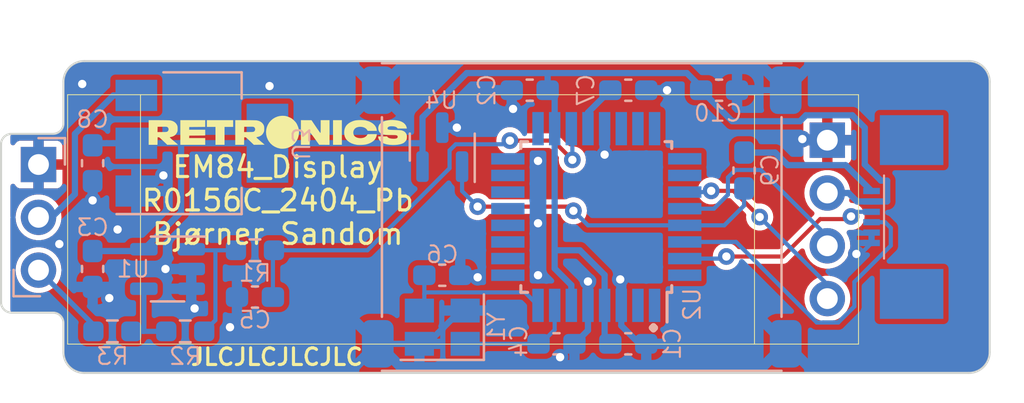
<source format=kicad_pcb>
(kicad_pcb (version 20221018) (generator pcbnew)
  (layers (0 "F.Cu" signal) (31 "B.Cu" signal) (34 "B.Paste" user) (35 "F.Paste" user) (36 "B.SilkS" user "B.Silkscreen") (37 "F.SilkS" user "F.Silkscreen") (38 "B.Mask" user) (39 "F.Mask" user) (44 "Edge.Cuts" user))
  (net 0 "")
  (net 1 "GND")
  (net 2 "+5V")
  (net 3 "Net-(U2-XTAL1)")
  (net 4 "AGC_INV")
  (net 5 "Net-(U2-XTAL2)")
  (net 6 "Net-(U2-AREF)")
  (net 7 "Net-(U2-~{RESET})")
  (net 8 "Net-(J1-Pin_2)")
  (net 9 "/AGC")
  (net 10 "Net-(R1-Pad1)")
  (net 11 "Net-(U1--)")
  (net 27 "SDA")
  (net 28 "SCL")
  (net 31 "Net-(J3-Pin_1)")
  (net 32 "Net-(J3-Pin_3)")
  (net 33 "Net-(J3-Pin_4)")
  (footprint "Retronics_Displays:0.91-OLED-4pin-128x32" (layer "F.Cu") (at 36.2 71.615)
    (fp_text reference "U5" hide)
    (fp_text value "Display_OLED_0.91_I2C")
    (fp_line (start 0 0) (end 0 12) (stroke (width 0.04)) (layer "F.SilkS"))
    (fp_line (start 0 12) (end 38 12) (stroke (width 0.04)) (layer "F.SilkS"))
    (fp_line (start 3.5 0) (end 3.5 12) (stroke (width 0.04)) (layer "F.SilkS"))
    (fp_line (start 33 0) (end 33 12) (stroke (width 0.04)) (layer "F.SilkS"))
    (fp_line (start 38 0) (end 0 0) (stroke (width 0.04)) (layer "F.SilkS"))
    (fp_line (start 38 12) (end 38 0) (stroke (width 0.04)) (layer "F.SilkS"))
    (pad "1" thru_hole rect locked (at 36.5 2.19) (size 1.7 1.7) (drill 1) (layers "*.Cu" "*.Mask") (net 1 "GND"))
    (pad "2" thru_hole oval locked (at 36.5 4.73) (size 1.7 1.7) (drill 1) (layers "*.Cu" "*.Mask") (net 2 "+5V"))
    (pad "3" thru_hole oval locked (at 36.5 7.27) (size 1.7 1.7) (drill 1) (layers "*.Cu" "*.Mask") (net 28 "SCL"))
    (pad "4" thru_hole oval locked (at 36.5 9.81) (size 1.7 1.7) (drill 1) (layers "*.Cu" "*.Mask") (net 27 "SDA"))
  )
  (footprint "Icons_Graphics:retronics_logo_14mm" (layer "F.Cu") (at 46.3 73.4)
    (fp_text reference "G***" hide)
    (fp_text value "LOGO" hide)
    (fp_poly (pts (xy 3.075737 0.626332) (xy 2.650726 0.626332) (xy 2.650726 -0.559225) (xy 3.075737 -0.559225)) (fill solid) (layer "F.SilkS"))
    (fp_poly (pts (xy -2.147424 -0.234875) (xy -2.561251 -0.234875) (xy -2.561251 0.626332) (xy -2.997446 0.626332) (xy -2.997446 -0.234875) (xy -3.411273 -0.234875) (xy -3.411273 -0.559225) (xy -2.147424 -0.559225)) (fill solid) (layer "F.SilkS"))
    (fp_poly (pts (xy -3.489564 -0.235169) (xy -3.872634 -0.232226) (xy -4.255703 -0.229283) (xy -4.262411 -0.100661) (xy -3.489564 -0.100661) (xy -3.489564 0.178658) (xy -3.872634 0.181601) (xy -4.255703 0.184544) (xy -4.259083 0.243262) (xy -4.262464 0.301981) (xy -3.489564 0.301981) (xy -3.489564 0.626332) (xy -4.686306 0.626332) (xy -4.686306 -0.559225) (xy -3.489564 -0.559225)) (fill solid) (layer "F.SilkS"))
    (fp_poly (pts (xy 2.482959 0.626332) (xy 2.234104 0.626061) (xy 1.985248 0.62579) (xy 1.773232 0.329508) (xy 1.72178 0.258205) (xy 1.674126 0.193305) (xy 1.631884 0.13692) (xy 1.596672 0.091163) (xy 1.570106 0.058147) (xy 1.553801 0.039984) (xy 1.549542 0.037113) (xy 1.545434 0.049662) (xy 1.54191 0.084007) (xy 1.538998 0.139585) (xy 1.536727 0.21583) (xy 1.535123 0.312177) (xy 1.534887 0.333665) (xy 1.531905 0.626332) (xy 1.107265 0.626332) (xy 1.107265 -0.559225) (xy 1.361713 -0.558961) (xy 1.61616 -0.558696) (xy 1.823073 -0.25158) (xy 1.873029 -0.178031) (xy 1.919479 -0.110788) (xy 1.96086 -0.052026) (xy 1.995609 -0.003919) (xy 2.022161 0.031356) (xy 2.038955 0.051626) (xy 2.043967 0.055729) (xy 2.048295 0.050927) (xy 2.051697 0.035077) (xy 2.054261 0.00621) (xy 2.056078 -0.037641) (xy 2.057236 -0.098443) (xy 2.057825 -0.178166) (xy 2.057948 -0.251652) (xy 2.057948 -0.559225) (xy 2.482959 -0.559225)) (fill solid) (layer "F.SilkS"))
    (fp_poly (pts (xy 0.308238 -0.767339) (xy 0.386893 -0.755606) (xy 0.437524 -0.741689) (xy 0.497781 -0.72075) (xy 0.55762 -0.696408) (xy 0.581049 -0.685638) (xy 0.632714 -0.659367) (xy 0.674606 -0.633782) (xy 0.713581 -0.603884) (xy 0.756495 -0.564672) (xy 0.783822 -0.537763) (xy 0.830169 -0.48985) (xy 0.864494 -0.449592) (xy 0.891795 -0.410132) (xy 0.917074 -0.364614) (xy 0.931696 -0.334991) (xy 0.975414 -0.231291) (xy 1.002701 -0.133519) (xy 1.015112 -0.034302) (xy 1.014965 0.060004) (xy 0.997762 0.19148) (xy 0.960581 0.315089) (xy 0.904933 0.429092) (xy 0.832332 0.531748) (xy 0.74429 0.621315) (xy 0.642318 0.696053) (xy 0.527929 0.75422) (xy 0.402635 0.794077) (xy 0.37161 0.800629) (xy 0.306832 0.809678) (xy 0.235839 0.814219) (xy 0.16791 0.813969) (xy 0.112323 0.808645) (xy 0.111845 0.808563) (xy -0.021371 0.774817) (xy -0.143963 0.722282) (xy -0.254434 0.652049) (xy -0.351285 0.56521) (xy -0.433015 0.462855) (xy -0.484725 0.374111) (xy -0.53325 0.253816) (xy -0.5608 0.130999) (xy -0.56828 0.007801) (xy -0.556592 -0.113639) (xy -0.526641 -0.231183) (xy -0.479329 -0.34269) (xy -0.41556 -0.446022) (xy -0.336238 -0.539038) (xy -0.242266 -0.619599) (xy -0.134548 -0.685567) (xy -0.016777 -0.733911) (xy 0.086992 -0.758553) (xy 0.198263 -0.769854)) (fill solid) (layer "F.SilkS"))
    (fp_poly (pts (xy -5.723668 -0.559141) (xy -5.610297 -0.558846) (xy -5.504408 -0.558036) (xy -5.4084 -0.556761) (xy -5.324675 -0.555072) (xy -5.255634 -0.553018) (xy -5.203677 -0.55065) (xy -5.171204 -0.54802) (xy -5.167239 -0.547463) (xy -5.069038 -0.522415) (xy -4.984002 -0.481263) (xy -4.913761 -0.42513) (xy -4.859948 -0.355138) (xy -4.844229 -0.325318) (xy -4.830596 -0.293602) (xy -4.821943 -0.264295) (xy -4.817181 -0.230697) (xy -4.815218 -0.186105) (xy -4.814928 -0.145134) (xy -4.815404 -0.090742) (xy -4.817715 -0.051801) (xy -4.82318 -0.021399) (xy -4.83312 0.007377) (xy -4.848855 0.041438) (xy -4.851668 0.047168) (xy -4.898197 0.119645) (xy -4.959296 0.17659) (xy -5.036248 0.218936) (xy -5.125808 0.246629) (xy -5.161129 0.255423) (xy -5.186406 0.263492) (xy -5.194979 0.268068) (xy -5.188073 0.276978) (xy -5.166348 0.298221) (xy -5.13209 0.32972) (xy -5.087588 0.369395) (xy -5.035129 0.415169) (xy -4.997011 0.447923) (xy -4.794693 0.620739) (xy -5.054529 0.623744) (xy -5.314365 0.626748) (xy -5.5048 0.444792) (xy -5.565802 0.386734) (xy -5.613139 0.342457) (xy -5.649153 0.310115) (xy -5.676186 0.287866) (xy -5.696582 0.273866) (xy -5.712684 0.26627) (xy -5.726833 0.263235) (xy -5.736014 0.262835) (xy -5.776795 0.262835) (xy -5.779868 0.444583) (xy -5.782941 0.626332) (xy -6.207398 0.626332) (xy -6.207398 0.011184) (xy -5.78312 0.011184) (xy -5.567452 0.011167) (xy -5.489839 0.010886) (xy -5.431132 0.009881) (xy -5.387872 0.007886) (xy -5.356602 0.004636) (xy -5.333862 -0.000135) (xy -5.316194 -0.006694) (xy -5.312638 -0.008406) (xy -5.277631 -0.037123) (xy -5.256957 -0.077241) (xy -5.250833 -0.122811) (xy -5.259473 -0.167885) (xy -5.283093 -0.206514) (xy -5.304818 -0.22429) (xy -5.318861 -0.231889) (xy -5.334872 -0.237428) (xy -5.356288 -0.241166) (xy -5.386551 -0.243361) (xy -5.429098 -0.244271) (xy -5.48737 -0.244155) (xy -5.558697 -0.243353) (xy -5.776795 -0.240467) (xy -5.779957 -0.114642) (xy -5.78312 0.011184) (xy -6.207398 0.011184) (xy -6.207398 -0.559225)) (fill solid) (layer "F.SilkS"))
    (fp_poly (pts (xy -1.563034 -0.559141) (xy -1.449663 -0.558846) (xy -1.343774 -0.558036) (xy -1.247766 -0.556761) (xy -1.164041 -0.555072) (xy -1.095 -0.553018) (xy -1.043043 -0.55065) (xy -1.01057 -0.54802) (xy -1.006605 -0.547463) (xy -0.908404 -0.522415) (xy -0.823368 -0.481263) (xy -0.753127 -0.42513) (xy -0.699314 -0.355138) (xy -0.683595 -0.325318) (xy -0.669962 -0.293602) (xy -0.661309 -0.264295) (xy -0.656546 -0.230697) (xy -0.654584 -0.186105) (xy -0.654294 -0.145134) (xy -0.65477 -0.090742) (xy -0.657081 -0.051801) (xy -0.662546 -0.021399) (xy -0.672486 0.007377) (xy -0.688221 0.041438) (xy -0.691034 0.047168) (xy -0.737563 0.119645) (xy -0.798662 0.17659) (xy -0.875614 0.218936) (xy -0.965174 0.246629) (xy -1.000495 0.255423) (xy -1.025772 0.263492) (xy -1.034345 0.268068) (xy -1.027439 0.276978) (xy -1.005714 0.298221) (xy -0.971456 0.32972) (xy -0.926954 0.369395) (xy -0.874495 0.415169) (xy -0.836377 0.447923) (xy -0.634059 0.620739) (xy -0.893895 0.623744) (xy -1.153731 0.626748) (xy -1.344166 0.444792) (xy -1.405168 0.386734) (xy -1.452505 0.342457) (xy -1.488518 0.310115) (xy -1.515552 0.287866) (xy -1.535948 0.273866) (xy -1.552049 0.26627) (xy -1.566199 0.263235) (xy -1.57538 0.262835) (xy -1.616161 0.262835) (xy -1.619234 0.444583) (xy -1.622307 0.626332) (xy -2.046764 0.626332) (xy -2.046764 0.011184) (xy -1.622486 0.011184) (xy -1.406818 0.011167) (xy -1.329205 0.010886) (xy -1.270498 0.009881) (xy -1.227238 0.007886) (xy -1.195968 0.004636) (xy -1.173228 -0.000135) (xy -1.15556 -0.006694) (xy -1.152004 -0.008406) (xy -1.116997 -0.037123) (xy -1.096323 -0.077241) (xy -1.090199 -0.122811) (xy -1.098839 -0.167885) (xy -1.122459 -0.206514) (xy -1.144184 -0.22429) (xy -1.158227 -0.231889) (xy -1.174238 -0.237428) (xy -1.195654 -0.241166) (xy -1.225917 -0.243361) (xy -1.268464 -0.244271) (xy -1.326736 -0.244155) (xy -1.398063 -0.243353) (xy -1.616161 -0.240467) (xy -1.619323 -0.114642) (xy -1.622486 0.011184) (xy -2.046764 0.011184) (xy -2.046764 -0.559225)) (fill solid) (layer "F.SilkS"))
    (fp_poly (pts (xy 4.096773 -0.56052) (xy 4.17723 -0.552939) (xy 4.233254 -0.543427) (xy 4.351917 -0.509371) (xy 4.458389 -0.463119) (xy 4.551021 -0.406086) (xy 4.628164 -0.339687) (xy 4.688168 -0.265337) (xy 4.729384 -0.184452) (xy 4.749971 -0.100099) (xy 4.756528 -0.044738) (xy 4.532034 -0.044738) (xy 4.455831 -0.044829) (xy 4.39902 -0.045298) (xy 4.358625 -0.046442) (xy 4.33167 -0.048557) (xy 4.315177 -0.051941) (xy 4.306172 -0.05689) (xy 4.301676 -0.063701) (xy 4.300207 -0.067842) (xy 4.288454 -0.090271) (xy 4.267627 -0.1192) (xy 4.258518 -0.130075) (xy 4.204367 -0.175915) (xy 4.135611 -0.209929) (xy 4.056976 -0.231547) (xy 3.973186 -0.240197) (xy 3.888968 -0.235311) (xy 3.809047 -0.216317) (xy 3.752399 -0.191156) (xy 3.696707 -0.147942) (xy 3.656068 -0.091729) (xy 3.631351 -0.026811) (xy 3.623424 0.042514) (xy 3.633155 0.111951) (xy 3.661412 0.177204) (xy 3.674147 0.196015) (xy 3.718806 0.238557) (xy 3.779362 0.271345) (xy 3.851296 0.293766) (xy 3.930086 0.305203) (xy 4.011214 0.305042) (xy 4.090159 0.292669) (xy 4.162401 0.267467) (xy 4.170435 0.263536) (xy 4.215154 0.235104) (xy 4.255996 0.199036) (xy 4.286941 0.161298) (xy 4.300207 0.134948) (xy 4.303574 0.127107) (xy 4.309982 0.121275) (xy 4.322408 0.117155) (xy 4.34383 0.114451) (xy 4.377224 0.112865) (xy 4.425568 0.1121) (xy 4.491839 0.11186) (xy 4.53193 0.111845) (xy 4.756321 0.111845) (xy 4.750829 0.16057) (xy 4.738677 0.213311) (xy 4.715121 0.273949) (xy 4.683973 0.333979) (xy 4.651799 0.381476) (xy 4.593615 0.440586) (xy 4.517757 0.495523) (xy 4.42886 0.543763) (xy 4.331557 0.58278) (xy 4.233333 0.609467) (xy 4.172521 0.619069) (xy 4.097908 0.626385) (xy 4.016503 0.631141) (xy 3.935315 0.633064) (xy 3.861352 0.631879) (xy 3.801624 0.627313) (xy 3.795885 0.626545) (xy 3.665135 0.59965) (xy 3.546594 0.558326) (xy 3.441996 0.503575) (xy 3.353075 0.436397) (xy 3.281564 0.357796) (xy 3.251265 0.311763) (xy 3.212565 0.224105) (xy 3.190275 0.126435) (xy 3.184268 0.023802) (xy 3.194417 -0.078741) (xy 3.220594 -0.176145) (xy 3.262673 -0.263359) (xy 3.265878 -0.268436) (xy 3.325626 -0.342389) (xy 3.404242 -0.409176) (xy 3.498869 -0.466956) (xy 3.606649 -0.513891) (xy 3.685292 -0.538485) (xy 3.748216 -0.550699) (xy 3.827006 -0.559065) (xy 3.915482 -0.563528) (xy 4.007464 -0.564032)) (fill solid) (layer "F.SilkS"))
    (fp_poly (pts (xy 5.623007 -0.561476) (xy 5.719382 -0.549594) (xy 5.7992 -0.534806) (xy 5.868227 -0.515683) (xy 5.932227 -0.490797) (xy 5.959308 -0.478129) (xy 6.044126 -0.426368) (xy 6.111507 -0.363206) (xy 6.160197 -0.290156) (xy 6.188942 -0.208732) (xy 6.190981 -0.198525) (xy 6.198702 -0.156583) (xy 5.758573 -0.156583) (xy 5.731376 -0.188906) (xy 5.692766 -0.221893) (xy 5.639361 -0.24535) (xy 5.568823 -0.260077) (xy 5.507287 -0.265661) (xy 5.429308 -0.26643) (xy 5.368775 -0.258517) (xy 5.322225 -0.241188) (xy 5.293064 -0.220363) (xy 5.271434 -0.188542) (xy 5.269362 -0.154503) (xy 5.28656 -0.12422) (xy 5.298148 -0.114899) (xy 5.309984 -0.108711) (xy 5.326345 -0.103747) (xy 5.349977 -0.099777) (xy 5.383626 -0.096573) (xy 5.430038 -0.093906) (xy 5.491959 -0.091547) (xy 5.572134 -0.089267) (xy 5.619702 -0.08809) (xy 5.711391 -0.085706) (xy 5.783952 -0.083274) (xy 5.840624 -0.080524) (xy 5.884648 -0.077185) (xy 5.919263 -0.072987) (xy 5.947709 -0.067658) (xy 5.973225 -0.060929) (xy 5.983707 -0.057664) (xy 6.057409 -0.026081) (xy 6.114167 0.016976) (xy 6.157824 0.074713) (xy 6.170285 0.098092) (xy 6.187055 0.135923) (xy 6.196467 0.16969) (xy 6.200367 0.208701) (xy 6.200742 0.251651) (xy 6.196473 0.319583) (xy 6.185664 0.371065) (xy 6.180967 0.383318) (xy 6.148323 0.437285) (xy 6.101707 0.489824) (xy 6.048517 0.532902) (xy 6.036108 0.540641) (xy 5.960167 0.5756) (xy 5.866408 0.602951) (xy 5.758199 0.622277) (xy 5.638904 0.633161) (xy 5.51189 0.635184) (xy 5.380521 0.627929) (xy 5.353776 0.625302) (xy 5.23242 0.605576) (xy 5.122313 0.573754) (xy 5.026254 0.530939) (xy 4.947042 0.478232) (xy 4.921022 0.454941) (xy 4.881622 0.408387) (xy 4.849381 0.35529) (xy 4.82787 0.302585) (xy 4.820628 0.260039) (xy 4.820519 0.22369) (xy 5.246974 0.22369) (xy 5.274367 0.256244) (xy 5.312476 0.287536) (xy 5.367859 0.310538) (xy 5.441923 0.325695) (xy 5.516627 0.332529) (xy 5.604095 0.333507) (xy 5.671485 0.325564) (xy 5.719324 0.308482) (xy 5.748139 0.282044) (xy 5.758459 0.246033) (xy 5.758008 0.233124) (xy 5.750716 0.204596) (xy 5.731323 0.185134) (xy 5.715279 0.176173) (xy 5.698463 0.169255) (xy 5.677398 0.164144) (xy 5.648671 0.160583) (xy 5.608868 0.158315) (xy 5.554578 0.157081) (xy 5.482386 0.156624) (xy 5.456049 0.1566) (xy 5.332544 0.155214) (xy 5.228916 0.150749) (xy 5.142824 0.142713) (xy 5.071924 0.130614) (xy 5.013875 0.113957) (xy 4.966336 0.092253) (xy 4.926963 0.065006) (xy 4.900603 0.039794) (xy 4.855966 -0.024351) (xy 4.829862 -0.097316) (xy 4.822467 -0.175136) (xy 4.833956 -0.253848) (xy 4.864506 -0.329489) (xy 4.882904 -0.359161) (xy 4.933435 -0.413947) (xy 5.002709 -0.461623) (xy 5.088027 -0.501452) (xy 5.186689 -0.532696) (xy 5.295996 -0.554617) (xy 5.413249 -0.566476) (xy 5.535747 -0.567537)) (fill solid) (layer "F.SilkS"))
  )
  (footprint "Retronics_Passives:C_0603_1608Metric_Pad1.08x0.95mm_HandSolder" (layer "B.Cu") (at 37.4 74.9125 -90)
    (fp_text reference "C8" (at -2.1125 0) (layer "B.SilkS") (effects (font (size 0.8 0.8) (thickness 0.1)) (justify mirror)))
    (fp_text value "10µF")
    (fp_line (start -0.146267 -0.51) (end 0.146267 -0.51) (stroke (width 0.12)) (layer "B.SilkS"))
    (fp_line (start -0.146267 0.51) (end 0.146267 0.51) (stroke (width 0.12)) (layer "B.SilkS"))
    (pad "1" smd roundrect (at -0.8625 0 270) (size 1.075 0.95) (layers "B.Cu" "B.Paste" "B.Mask") (net 2 "+5V"))
    (pad "2" smd roundrect (at 0.8625 0 270) (size 1.075 0.95) (layers "B.Cu" "B.Paste" "B.Mask") (net 1 "GND"))
  )
  (footprint "Retronics_Passives:R_0603_1608Metric_Pad0.98x0.95mm_HandSolder" (layer "B.Cu") (at 38.35 83 180)
    (fp_text reference "R3" (at 0 -1.2) (layer "B.SilkS") (effects (font (size 0.8 0.8) (thickness 0.1)) (justify mirror)))
    (fp_text value "15MΩ")
    (fp_line (start -0.254724 -0.5225) (end 0.254724 -0.5225) (stroke (width 0.12)) (layer "B.SilkS"))
    (fp_line (start -0.254724 0.5225) (end 0.254724 0.5225) (stroke (width 0.12)) (layer "B.SilkS"))
    (pad "1" smd roundrect (at -0.9125 0 180) (size 0.975 0.95) (layers "B.Cu" "B.Paste" "B.Mask") (net 11 "Net-(U1--)"))
    (pad "2" smd roundrect (at 0.9125 0 180) (size 0.975 0.95) (layers "B.Cu" "B.Paste" "B.Mask") (net 9 "/AGC"))
  )
  (footprint "Retronics_Passives:C_0603_1608Metric_Pad1.08x0.95mm_HandSolder" (layer "B.Cu") (at 59.6875 83.6)
    (fp_text reference "C4" (at -1.8125 -0.125 -90) (layer "B.SilkS") (effects (font (size 0.8 0.8) (thickness 0.1)) (justify mirror)))
    (fp_text value "22pF")
    (fp_line (start -0.146267 -0.51) (end 0.146267 -0.51) (stroke (width 0.12)) (layer "B.SilkS"))
    (fp_line (start -0.146267 0.51) (end 0.146267 0.51) (stroke (width 0.12)) (layer "B.SilkS"))
    (pad "1" smd roundrect (at -0.8625 0) (size 1.075 0.95) (layers "B.Cu" "B.Paste" "B.Mask") (net 3 "Net-(U2-XTAL1)"))
    (pad "2" smd roundrect (at 0.8625 0) (size 1.075 0.95) (layers "B.Cu" "B.Paste" "B.Mask") (net 1 "GND"))
  )
  (footprint "Retronics_Passives:C_0603_1608Metric_Pad1.08x0.95mm_HandSolder" (layer "B.Cu") (at 67.5 71.4)
    (fp_text reference "C10" (at -0.05 1.1) (layer "B.SilkS") (effects (font (size 0.8 0.8) (thickness 0.1)) (justify mirror)))
    (fp_text value "1µF")
    (fp_line (start -0.146267 -0.51) (end 0.146267 -0.51) (stroke (width 0.12)) (layer "B.SilkS"))
    (fp_line (start -0.146267 0.51) (end 0.146267 0.51) (stroke (width 0.12)) (layer "B.SilkS"))
    (pad "1" smd roundrect (at -0.8625 0) (size 1.075 0.95) (layers "B.Cu" "B.Paste" "B.Mask") (net 2 "+5V"))
    (pad "2" smd roundrect (at 0.8625 0) (size 1.075 0.95) (layers "B.Cu" "B.Paste" "B.Mask") (net 1 "GND"))
  )
  (footprint "Retronics_Passives:C_0603_1608Metric_Pad1.08x0.95mm_HandSolder" (layer "B.Cu") (at 37.4 80 90)
    (fp_text reference "C3" (at 2 0) (layer "B.SilkS") (effects (font (size 0.8 0.8) (thickness 0.1)) (justify mirror)))
    (fp_text value "100nF")
    (fp_line (start -0.146267 -0.51) (end 0.146267 -0.51) (stroke (width 0.12)) (layer "B.SilkS"))
    (fp_line (start -0.146267 0.51) (end 0.146267 0.51) (stroke (width 0.12)) (layer "B.SilkS"))
    (pad "1" smd roundrect (at -0.8625 0 90) (size 1.075 0.95) (layers "B.Cu" "B.Paste" "B.Mask") (net 1 "GND"))
    (pad "2" smd roundrect (at 0.8625 0 90) (size 1.075 0.95) (layers "B.Cu" "B.Paste" "B.Mask") (net 2 "+5V"))
  )
  (footprint "Retronics_Passives:C_0603_1608Metric_Pad1.08x0.95mm_HandSolder" (layer "B.Cu") (at 54.2 80.3)
    (fp_text reference "C6" (at 0 -1) (layer "B.SilkS") (effects (font (size 0.8 0.8) (thickness 0.1)) (justify mirror)))
    (fp_text value "22pF")
    (fp_line (start -0.146267 -0.51) (end 0.146267 -0.51) (stroke (width 0.12)) (layer "B.SilkS"))
    (fp_line (start -0.146267 0.51) (end 0.146267 0.51) (stroke (width 0.12)) (layer "B.SilkS"))
    (pad "1" smd roundrect (at -0.8625 0) (size 1.075 0.95) (layers "B.Cu" "B.Paste" "B.Mask") (net 5 "Net-(U2-XTAL2)"))
    (pad "2" smd roundrect (at 0.8625 0) (size 1.075 0.95) (layers "B.Cu" "B.Paste" "B.Mask") (net 1 "GND"))
  )
  (footprint "Retronics_MCU:TQFP-32_7x7mm_P0.8mm" (layer "B.Cu") (at 61.6 77.5 90)
    (fp_text reference "U2" (at -4.2 4.6 270) (layer "B.SilkS") (effects (font (size 0.8 0.8) (thickness 0.1)) (justify mirror)))
    (fp_text value "ATMEGA328P-AU")
    (fp_line (start -3.625 -3.625) (end -3.625 -3.3) (stroke (width 0.15)) (layer "B.SilkS"))
    (fp_line (start -3.625 -3.625) (end -3.3 -3.625) (stroke (width 0.15)) (layer "B.SilkS"))
    (fp_line (start -3.625 3.4) (end -5.05 3.4) (stroke (width 0.15)) (layer "B.SilkS"))
    (fp_line (start -3.625 3.625) (end -3.625 3.4) (stroke (width 0.15)) (layer "B.SilkS"))
    (fp_line (start -3.625 3.625) (end -3.3 3.625) (stroke (width 0.15)) (layer "B.SilkS"))
    (fp_line (start 3.625 -3.625) (end 3.3 -3.625) (stroke (width 0.15)) (layer "B.SilkS"))
    (fp_line (start 3.625 -3.625) (end 3.625 -3.3) (stroke (width 0.15)) (layer "B.SilkS"))
    (fp_line (start 3.625 3.625) (end 3.3 3.625) (stroke (width 0.15)) (layer "B.SilkS"))
    (fp_line (start 3.625 3.625) (end 3.625 3.3) (stroke (width 0.15)) (layer "B.SilkS"))
    (pad "1" smd rect (at -4.25 2.8 90) (size 1.6 0.55) (layers "B.Cu" "B.Paste" "B.Mask"))
    (pad "2" smd rect (at -4.25 2 90) (size 1.6 0.55) (layers "B.Cu" "B.Paste" "B.Mask"))
    (pad "3" smd rect (at -4.25 1.2 90) (size 1.6 0.55) (layers "B.Cu" "B.Paste" "B.Mask") (net 1 "GND"))
    (pad "4" smd rect (at -4.25 0.4 90) (size 1.6 0.55) (layers "B.Cu" "B.Paste" "B.Mask") (net 2 "+5V"))
    (pad "5" smd rect (at -4.25 -0.4 90) (size 1.6 0.55) (layers "B.Cu" "B.Paste" "B.Mask") (net 1 "GND"))
    (pad "6" smd rect (at -4.25 -1.2 90) (size 1.6 0.55) (layers "B.Cu" "B.Paste" "B.Mask") (net 2 "+5V"))
    (pad "7" smd rect (at -4.25 -2 90) (size 1.6 0.55) (layers "B.Cu" "B.Paste" "B.Mask") (net 3 "Net-(U2-XTAL1)"))
    (pad "8" smd rect (at -4.25 -2.8 90) (size 1.6 0.55) (layers "B.Cu" "B.Paste" "B.Mask") (net 5 "Net-(U2-XTAL2)"))
    (pad "9" smd rect (at -2.8 -4.25) (size 1.6 0.55) (layers "B.Cu" "B.Paste" "B.Mask"))
    (pad "10" smd rect (at -2 -4.25) (size 1.6 0.55) (layers "B.Cu" "B.Paste" "B.Mask"))
    (pad "11" smd rect (at -1.2 -4.25) (size 1.6 0.55) (layers "B.Cu" "B.Paste" "B.Mask"))
    (pad "12" smd rect (at -0.4 -4.25) (size 1.6 0.55) (layers "B.Cu" "B.Paste" "B.Mask"))
    (pad "13" smd rect (at 0.4 -4.25) (size 1.6 0.55) (layers "B.Cu" "B.Paste" "B.Mask"))
    (pad "14" smd rect (at 1.2 -4.25) (size 1.6 0.55) (layers "B.Cu" "B.Paste" "B.Mask"))
    (pad "15" smd rect (at 2 -4.25) (size 1.6 0.55) (layers "B.Cu" "B.Paste" "B.Mask"))
    (pad "16" smd rect (at 2.8 -4.25) (size 1.6 0.55) (layers "B.Cu" "B.Paste" "B.Mask"))
    (pad "17" smd rect (at 4.25 -2.8 90) (size 1.6 0.55) (layers "B.Cu" "B.Paste" "B.Mask"))
    (pad "18" smd rect (at 4.25 -2 90) (size 1.6 0.55) (layers "B.Cu" "B.Paste" "B.Mask") (net 2 "+5V"))
    (pad "19" smd rect (at 4.25 -1.2 90) (size 1.6 0.55) (layers "B.Cu" "B.Paste" "B.Mask") (net 4 "AGC_INV"))
    (pad "20" smd rect (at 4.25 -0.4 90) (size 1.6 0.55) (layers "B.Cu" "B.Paste" "B.Mask") (net 6 "Net-(U2-AREF)"))
    (pad "21" smd rect (at 4.25 0.4 90) (size 1.6 0.55) (layers "B.Cu" "B.Paste" "B.Mask") (net 1 "GND"))
    (pad "22" smd rect (at 4.25 1.2 90) (size 1.6 0.55) (layers "B.Cu" "B.Paste" "B.Mask"))
    (pad "23" smd rect (at 4.25 2 90) (size 1.6 0.55) (layers "B.Cu" "B.Paste" "B.Mask"))
    (pad "24" smd rect (at 4.25 2.8 90) (size 1.6 0.55) (layers "B.Cu" "B.Paste" "B.Mask"))
    (pad "25" smd rect (at 2.8 4.25) (size 1.6 0.55) (layers "B.Cu" "B.Paste" "B.Mask"))
    (pad "26" smd rect (at 2 4.25) (size 1.6 0.55) (layers "B.Cu" "B.Paste" "B.Mask"))
    (pad "27" smd rect (at 1.2 4.25) (size 1.6 0.55) (layers "B.Cu" "B.Paste" "B.Mask") (net 27 "SDA"))
    (pad "28" smd rect (at 0.4 4.25) (size 1.6 0.55) (layers "B.Cu" "B.Paste" "B.Mask") (net 28 "SCL"))
    (pad "29" smd rect (at -0.4 4.25) (size 1.6 0.55) (layers "B.Cu" "B.Paste" "B.Mask") (net 7 "Net-(U2-~{RESET})"))
    (pad "30" smd rect (at -1.2 4.25) (size 1.6 0.55) (layers "B.Cu" "B.Paste" "B.Mask") (net 33 "Net-(J3-Pin_4)"))
    (pad "31" smd rect (at -2 4.25) (size 1.6 0.55) (layers "B.Cu" "B.Paste" "B.Mask") (net 32 "Net-(J3-Pin_3)"))
    (pad "32" smd rect (at -2.8 4.25) (size 1.6 0.55) (layers "B.Cu" "B.Paste" "B.Mask"))
  )
  (footprint "Retronics_Passives:C_0603_1608Metric_Pad1.08x0.95mm_HandSolder" (layer "B.Cu") (at 45.2 81.35 180)
    (fp_text reference "C5" (at 0 -1.1) (layer "B.SilkS") (effects (font (size 0.8 0.8) (thickness 0.1)) (justify mirror)))
    (fp_text value "10µF")
    (fp_line (start -0.146267 -0.51) (end 0.146267 -0.51) (stroke (width 0.12)) (layer "B.SilkS"))
    (fp_line (start -0.146267 0.51) (end 0.146267 0.51) (stroke (width 0.12)) (layer "B.SilkS"))
    (pad "1" smd roundrect (at -0.8625 0 180) (size 1.075 0.95) (layers "B.Cu" "B.Paste" "B.Mask") (net 4 "AGC_INV"))
    (pad "2" smd roundrect (at 0.8625 0 180) (size 1.075 0.95) (layers "B.Cu" "B.Paste" "B.Mask") (net 1 "GND"))
  )
  (footprint "Package_TO_SOT_SMD:SOT-23-5" (layer "B.Cu") (at 41 80 180)
    (fp_text reference "U1" (at 1.65 0 180) (layer "B.SilkS") (effects (font (size 0.8 0.8) (thickness 0.1)) (justify mirror)))
    (fp_text value "MCP6001T-I/OT")
    (fp_line (start 0 -1.56) (end -0.8 -1.56) (stroke (width 0.12)) (layer "B.SilkS"))
    (fp_line (start 0 -1.56) (end 0.8 -1.56) (stroke (width 0.12)) (layer "B.SilkS"))
    (fp_line (start 0 1.56) (end -1.8 1.56) (stroke (width 0.12)) (layer "B.SilkS"))
    (fp_line (start 0 1.56) (end 0.8 1.56) (stroke (width 0.12)) (layer "B.SilkS"))
    (pad "1" smd roundrect (at -1.1375 0.95 180) (size 1.325 0.6) (layers "B.Cu" "B.Paste" "B.Mask") (net 10 "Net-(R1-Pad1)"))
    (pad "2" smd roundrect (at -1.1375 0 180) (size 1.325 0.6) (layers "B.Cu" "B.Paste" "B.Mask") (net 1 "GND"))
    (pad "3" smd roundrect (at -1.1375 -0.95 180) (size 1.325 0.6) (layers "B.Cu" "B.Paste" "B.Mask") (net 1 "GND"))
    (pad "4" smd roundrect (at 1.1375 -0.95 180) (size 1.325 0.6) (layers "B.Cu" "B.Paste" "B.Mask") (net 11 "Net-(U1--)"))
    (pad "5" smd roundrect (at 1.1375 0.95 180) (size 1.325 0.6) (layers "B.Cu" "B.Paste" "B.Mask") (net 2 "+5V"))
  )
  (footprint "Retronics_Passives:C_0603_1608Metric_Pad1.08x0.95mm_HandSolder" (layer "B.Cu") (at 58.4 71.4)
    (fp_text reference "C2" (at -2.0625 0 -90) (layer "B.SilkS") (effects (font (size 0.8 0.8) (thickness 0.1)) (justify mirror)))
    (fp_text value "100nF")
    (fp_line (start -0.146267 -0.51) (end 0.146267 -0.51) (stroke (width 0.12)) (layer "B.SilkS"))
    (fp_line (start -0.146267 0.51) (end 0.146267 0.51) (stroke (width 0.12)) (layer "B.SilkS"))
    (pad "1" smd roundrect (at -0.8625 0) (size 1.075 0.95) (layers "B.Cu" "B.Paste" "B.Mask") (net 1 "GND"))
    (pad "2" smd roundrect (at 0.8625 0) (size 1.075 0.95) (layers "B.Cu" "B.Paste" "B.Mask") (net 2 "+5V"))
  )
  (footprint "Crystal:Crystal_SMD_SeikoEpson_TSX3225-4Pin_3.2x2.5mm" (layer "B.Cu") (at 54.2 82.8 180)
    (fp_text reference "Y1" (at -2.6 0 90) (layer "B.SilkS") (effects (font (size 0.8 0.8) (thickness 0.1)) (justify mirror)))
    (fp_text value "16MHz 16pF")
    (fp_line (start -2 -1.575) (end 2 -1.575) (stroke (width 0.12)) (layer "B.SilkS"))
    (fp_line (start -2 1.575) (end -2 -1.575) (stroke (width 0.12)) (layer "B.SilkS"))
    (pad "1" smd rect (at -1.1 -0.8 180) (size 1.4 1.15) (layers "B.Cu" "B.Paste" "B.Mask") (net 3 "Net-(U2-XTAL1)"))
    (pad "2" smd rect (at 1.1 -0.8 180) (size 1.4 1.15) (layers "B.Cu" "B.Paste" "B.Mask") (net 1 "GND"))
    (pad "3" smd rect (at 1.1 0.8 180) (size 1.4 1.15) (layers "B.Cu" "B.Paste" "B.Mask") (net 5 "Net-(U2-XTAL2)"))
    (pad "4" smd rect (at -1.1 0.8 180) (size 1.4 1.15) (layers "B.Cu" "B.Paste" "B.Mask") (net 1 "GND"))
  )
  (footprint "Retronics_Passives:C_0603_1608Metric_Pad1.08x0.95mm_HandSolder" (layer "B.Cu") (at 63.1375 83.6 180)
    (fp_text reference "C1" (at -2.1125 0 90) (layer "B.SilkS") (effects (font (size 0.8 0.8) (thickness 0.1)) (justify mirror)))
    (fp_text value "100nF")
    (fp_line (start -0.146267 -0.51) (end 0.146267 -0.51) (stroke (width 0.12)) (layer "B.SilkS"))
    (fp_line (start -0.146267 0.51) (end 0.146267 0.51) (stroke (width 0.12)) (layer "B.SilkS"))
    (pad "1" smd roundrect (at -0.8625 0 180) (size 1.075 0.95) (layers "B.Cu" "B.Paste" "B.Mask") (net 1 "GND"))
    (pad "2" smd roundrect (at 0.8625 0 180) (size 1.075 0.95) (layers "B.Cu" "B.Paste" "B.Mask") (net 2 "+5V"))
  )
  (footprint "Retronics_Passives:C_0603_1608Metric_Pad1.08x0.95mm_HandSolder" (layer "B.Cu") (at 68.7 75.2625 -90)
    (fp_text reference "C9" (at -0.0125 -1.25 90) (layer "B.SilkS") (effects (font (size 0.8 0.8) (thickness 0.1)) (justify mirror)))
    (fp_text value "10nF")
    (fp_line (start -0.146267 -0.51) (end 0.146267 -0.51) (stroke (width 0.12)) (layer "B.SilkS"))
    (fp_line (start -0.146267 0.51) (end 0.146267 0.51) (stroke (width 0.12)) (layer "B.SilkS"))
    (pad "1" smd roundrect (at -0.8625 0 270) (size 1.075 0.95) (layers "B.Cu" "B.Paste" "B.Mask") (net 31 "Net-(J3-Pin_1)"))
    (pad "2" smd roundrect (at 0.8625 0 270) (size 1.075 0.95) (layers "B.Cu" "B.Paste" "B.Mask") (net 7 "Net-(U2-~{RESET})"))
  )
  (footprint "Retronics_Passives:R_0603_1608Metric_Pad0.98x0.95mm_HandSolder" (layer "B.Cu") (at 41.85 83)
    (fp_text reference "R2" (at 0 1.2 180) (layer "B.SilkS") (effects (font (size 0.8 0.8) (thickness 0.1)) (justify mirror)))
    (fp_text value "6.8MΩ")
    (fp_line (start -0.254724 -0.5225) (end 0.254724 -0.5225) (stroke (width 0.12)) (layer "B.SilkS"))
    (fp_line (start -0.254724 0.5225) (end 0.254724 0.5225) (stroke (width 0.12)) (layer "B.SilkS"))
    (pad "1" smd roundrect (at -0.9125 0) (size 0.975 0.95) (layers "B.Cu" "B.Paste" "B.Mask") (net 11 "Net-(U1--)"))
    (pad "2" smd roundrect (at 0.9125 0) (size 0.975 0.95) (layers "B.Cu" "B.Paste" "B.Mask") (net 10 "Net-(R1-Pad1)"))
  )
  (footprint "Retronics_Connectors:PinHeader_1x03_P2.54mm_Horizontal_Alt" (layer "B.Cu") (at 34.8 74.975 180)
    (fp_text reference "J1" hide)
    (fp_text value "Pin header" hide)
    (fp_line (start -1.27 0) (end -1.27 1.27) (stroke (width 0.12)) (layer "B.SilkS"))
    (fp_line (start -1.27 1.27) (end 0 1.27) (stroke (width 0.12)) (layer "B.SilkS"))
    (fp_line (start 1.2 -6.335) (end -0.07 -6.335) (stroke (width 0.12)) (layer "B.SilkS"))
    (fp_line (start 1.2 -5.065) (end 1.2 -6.335) (stroke (width 0.12)) (layer "B.SilkS"))
    (pad "1" thru_hole rect (at 0 0 180) (size 1.7 1.7) (drill 1) (layers "*.Cu" "*.Mask") (net 1 "GND"))
    (pad "2" thru_hole oval (at 0 -2.54 180) (size 1.7 1.7) (drill 1) (layers "*.Cu" "*.Mask") (net 8 "Net-(J1-Pin_2)"))
    (pad "3" thru_hole oval (at 0 -5.08 180) (size 1.7 1.7) (drill 1) (layers "*.Cu" "*.Mask") (net 9 "/AGC"))
  )
  (footprint "Retronics_IC_Power:SOT-223-3_TabPin2" (layer "B.Cu") (at 42.65 73.95)
    (fp_text reference "U3" (at 4.725 0.025 270 unlocked) (layer "B.SilkS") (effects (font (size 0.8 0.8) (thickness 0.1)) (justify mirror)))
    (fp_text value "NCP1117-5.0_SOT223")
    (fp_line (start -4.1 3.41) (end 1.91 3.41) (stroke (width 0.12)) (layer "B.SilkS"))
    (fp_line (start -1.85 -3.41) (end 1.91 -3.41) (stroke (width 0.12)) (layer "B.SilkS"))
    (fp_line (start 1.91 -3.41) (end 1.91 -2.15) (stroke (width 0.12)) (layer "B.SilkS"))
    (fp_line (start 1.91 3.41) (end 1.91 2.15) (stroke (width 0.12)) (layer "B.SilkS"))
    (pad "1" smd rect (at -3.15 2.3) (size 2 1.5) (layers "B.Cu" "B.Paste" "B.Mask") (net 1 "GND"))
    (pad "2" smd rect (at -3.15 0) (size 2 1.5) (layers "B.Cu" "B.Paste" "B.Mask") (net 2 "+5V"))
    (pad "2" smd rect (at 3.15 0) (size 2 3.8) (layers "B.Cu" "B.Paste" "B.Mask") (net 2 "+5V"))
    (pad "3" smd rect (at -3.15 -2.3) (size 2 1.5) (layers "B.Cu" "B.Paste" "B.Mask") (net 8 "Net-(J1-Pin_2)"))
  )
  (footprint "Retronics_Passives:C_0603_1608Metric_Pad1.08x0.95mm_HandSolder" (layer "B.Cu") (at 63.1375 71.4)
    (fp_text reference "C7" (at -2.0375 0 -90) (layer "B.SilkS") (effects (font (size 0.8 0.8) (thickness 0.1)) (justify mirror)))
    (fp_text value "100nF")
    (fp_line (start -0.146267 -0.51) (end 0.146267 -0.51) (stroke (width 0.12)) (layer "B.SilkS"))
    (fp_line (start -0.146267 0.51) (end 0.146267 0.51) (stroke (width 0.12)) (layer "B.SilkS"))
    (pad "1" smd roundrect (at -0.8625 0) (size 1.075 0.95) (layers "B.Cu" "B.Paste" "B.Mask") (net 6 "Net-(U2-AREF)"))
    (pad "2" smd roundrect (at 0.8625 0) (size 1.075 0.95) (layers "B.Cu" "B.Paste" "B.Mask") (net 1 "GND"))
  )
  (footprint "Retronics_Connectors:FFC_0527450697" (layer "B.Cu") (at 77.775 77.5 -90)
    (fp_text reference "J3" hide)
    (fp_text value "FFC6" hide)
    (fp_line (start 2 2.35) (end -2 2.35) (stroke (width 0.1)) (layer "B.SilkS"))
    (pad "1" smd rect (at -1.25 2.95 270) (size 0.3 0.8) (layers "B.Cu" "B.Paste" "B.Mask") (net 31 "Net-(J3-Pin_1)"))
    (pad "2" smd rect (at -0.75 2.95 270) (size 0.3 0.8) (layers "B.Cu" "B.Paste" "B.Mask") (net 2 "+5V"))
    (pad "3" smd rect (at -0.25 2.95 270) (size 0.3 0.8) (layers "B.Cu" "B.Paste" "B.Mask") (net 32 "Net-(J3-Pin_3)"))
    (pad "4" smd rect (at 0.25 2.95 270) (size 0.3 0.8) (layers "B.Cu" "B.Paste" "B.Mask") (net 33 "Net-(J3-Pin_4)"))
    (pad "5" smd rect (at 0.75 2.95 270) (size 0.3 0.8) (layers "B.Cu" "B.Paste" "B.Mask") (net 1 "GND"))
    (pad "6" smd rect (at 1.25 2.95 270) (size 0.3 0.8) (layers "B.Cu" "B.Paste" "B.Mask") (net 1 "GND"))
    (pad "7" smd rect (at -3.7 1.025 270) (size 2.4 3.05) (layers "B.Cu" "B.Paste" "B.Mask"))
    (pad "8" smd rect (at 3.7 1.025 270) (size 2.4 3.05) (layers "B.Cu" "B.Paste" "B.Mask"))
  )
  (footprint "Package_TO_SOT_SMD:SOT-23" (layer "B.Cu") (at 54.2 74.1375 90)
    (fp_text reference "U4" (at 2.25 -0.05) (layer "B.SilkS") (effects (font (size 0.8 0.8) (thickness 0.1)) (justify mirror)))
    (fp_text value "MCP130T-460I/TT")
    (fp_line (start 0 -1.56) (end -0.65 -1.56) (stroke (width 0.12)) (layer "B.SilkS"))
    (fp_line (start 0 -1.56) (end 0.65 -1.56) (stroke (width 0.12)) (layer "B.SilkS"))
    (fp_line (start 0 1.56) (end -1.675 1.56) (stroke (width 0.12)) (layer "B.SilkS"))
    (fp_line (start 0 1.56) (end 0.65 1.56) (stroke (width 0.12)) (layer "B.SilkS"))
    (pad "1" smd roundrect (at -0.9375 0.95 90) (size 1.475 0.6) (layers "B.Cu" "B.Paste" "B.Mask") (net 7 "Net-(U2-~{RESET})"))
    (pad "2" smd roundrect (at -0.9375 -0.95 90) (size 1.475 0.6) (layers "B.Cu" "B.Paste" "B.Mask") (net 2 "+5V"))
    (pad "3" smd roundrect (at 0.9375 0 90) (size 1.475 0.6) (layers "B.Cu" "B.Paste" "B.Mask") (net 1 "GND"))
  )
  (footprint "Retronics_Hardware:EMI_Shield_MS192-10S" (layer "B.Cu") (at 70.5 70.1 180)
    (fp_text reference "J2" hide)
    (fp_text value "EMI Shield")
    (fp_line (start 0 -12.2) (end 0 -2.6) (stroke (width 0.12)) (layer "B.SilkS"))
    (fp_line (start 0 0) (end 19.2 0) (stroke (width 0.12)) (layer "B.SilkS"))
    (fp_line (start 19.2 -14.8) (end 0 -14.8) (stroke (width 0.12)) (layer "B.SilkS"))
    (fp_line (start 19.2 -2.6) (end 19.2 -12.2) (stroke (width 0.12)) (layer "B.SilkS"))
    (pad "1" smd roundrect (at -0.2 -13.5 90) (size 2.286 1.524) (layers "B.Cu" "B.Paste" "B.Mask") (net 1 "GND"))
    (pad "1" smd roundrect (at -0.2 -1.3 90) (size 2.286 1.524) (layers "B.Cu" "B.Paste" "B.Mask") (net 1 "GND"))
    (pad "1" smd roundrect (at 19.4 -13.5 90) (size 2.286 1.524) (layers "B.Cu" "B.Paste" "B.Mask") (net 1 "GND"))
    (pad "1" smd roundrect (at 19.4 -1.3 90) (size 2.286 1.524) (layers "B.Cu" "B.Paste" "B.Mask") (net 1 "GND"))
  )
  (footprint "Retronics_Passives:R_0603_1608Metric_Pad0.98x0.95mm_HandSolder" (layer "B.Cu") (at 45.2 79.1)
    (fp_text reference "R1" (at 0 1.1 180) (layer "B.SilkS") (effects (font (size 0.8 0.8) (thickness 0.1)) (justify mirror)))
    (fp_text value "10kΩ")
    (fp_line (start -0.254724 -0.5225) (end 0.254724 -0.5225) (stroke (width 0.12)) (layer "B.SilkS"))
    (fp_line (start -0.254724 0.5225) (end 0.254724 0.5225) (stroke (width 0.12)) (layer "B.SilkS"))
    (pad "1" smd roundrect (at -0.9125 0) (size 0.975 0.95) (layers "B.Cu" "B.Paste" "B.Mask") (net 10 "Net-(R1-Pad1)"))
    (pad "2" smd roundrect (at 0.9125 0) (size 0.975 0.95) (layers "B.Cu" "B.Paste" "B.Mask") (net 4 "AGC_INV"))
  )
  (gr_arc (start 36 73) (mid 35.853553 73.353553) (end 35.5 73.5) (stroke (width 0.1)) (layer "Edge.Cuts"))
  (gr_line locked (start 79.5 85) (end 37 85) (stroke (width 0.1)) (layer "Edge.Cuts"))
  (gr_line (start 33.5 82.1) (end 35.5 82.1) (stroke (width 0.1)) (layer "Edge.Cuts"))
  (gr_arc (start 80.5 84) (mid 80.207107 84.707107) (end 79.5 85) (stroke (width 0.1)) (layer "Edge.Cuts"))
  (gr_arc (start 36 71) (mid 36.292893 70.292893) (end 37 70) (stroke (width 0.1)) (layer "Edge.Cuts"))
  (gr_line (start 33 74) (end 33 81.6) (stroke (width 0.1)) (layer "Edge.Cuts"))
  (gr_arc (start 79.5 70) (mid 80.207107 70.292893) (end 80.5 71) (stroke (width 0.1)) (layer "Edge.Cuts"))
  (gr_arc (start 33.5 82.1) (mid 33.146447 81.953553) (end 33 81.6) (stroke (width 0.1)) (layer "Edge.Cuts"))
  (gr_line (start 35.5 73.5) (end 33.5 73.5) (stroke (width 0.1)) (layer "Edge.Cuts"))
  (gr_arc (start 35.5 82.1) (mid 35.853553 82.246447) (end 36 82.6) (stroke (width 0.1)) (layer "Edge.Cuts"))
  (gr_line (start 36 71) (end 36 73) (stroke (width 0.1)) (layer "Edge.Cuts"))
  (gr_line (start 36 82.6) (end 36 84) (stroke (width 0.1)) (layer "Edge.Cuts"))
  (gr_arc (start 33 74) (mid 33.146447 73.646447) (end 33.5 73.5) (stroke (width 0.1)) (layer "Edge.Cuts"))
  (gr_arc (start 37 85) (mid 36.292893 84.707107) (end 36 84) (stroke (width 0.1)) (layer "Edge.Cuts"))
  (gr_line locked (start 37 70) (end 79.5 70) (stroke (width 0.1)) (layer "Edge.Cuts"))
  (gr_line (start 80.5 71) (end 80.5 84) (stroke (width 0.1)) (layer "Edge.Cuts"))
  (gr_text "." (at 64.9 83.1) (layer "B.SilkS") (effects (font (size 1.5 1.5) (thickness 0.3) bold) (justify left bottom mirror)))
  (gr_text "JLCJLCJLCJLC" (at 42.037386 84.7) (layer "F.SilkS") (effects (font (size 0.8 0.8)) (justify left bottom)))
  (gr_text locked "EM84_Display\nR0156C_2404_Pb\nBjørner Sandom\n" (at 46.296672 78.9) (layer "F.SilkS") (effects (font (size 1 1)) (justify bottom)))
  (via (at 37.4 76.7) (size 0.8) (drill 0.4) (layers "F.Cu" "B.Cu") (net 1))
  (via (at 40.9 80) (size 0.8) (drill 0.4) (layers "F.Cu" "B.Cu") (net 1))
  (via (at 62.75 80.5) (size 0.8) (drill 0.4) (layers "F.Cu" "B.Cu") (net 1))
  (via (at 71.5 73.75) (size 0.8) (drill 0.4) (layers "F.Cu" "B.Cu") (net 1))
  (via (at 38.2 81.4) (size 0.8) (drill 0.4) (layers "F.Cu" "B.Cu") (net 1))
  (via (at 61.2 80.6) (size 0.8) (drill 0.4) (layers "F.Cu" "B.Cu") (net 1))
  (via (at 44 82.8) (size 0.8) (drill 0.4) (layers "F.Cu" "B.Cu") (net 1))
  (via (at 42.3 81.9) (size 0.8) (drill 0.4) (layers "F.Cu" "B.Cu") (net 1))
  (via (at 65 71.4) (size 0.8) (drill 0.4) (layers "F.Cu" "B.Cu") (net 1))
  (via (at 59.860259 84.242784) (size 0.8) (drill 0.4) (layers "F.Cu" "B.Cu") (net 1))
  (via (at 55.9 80.4) (size 0.8) (drill 0.4) (layers "F.Cu" "B.Cu") (net 1))
  (via (at 40.8 75.5) (size 0.8) (drill 0.4) (layers "F.Cu" "B.Cu") (net 1))
  (via (at 58.8 77.8) (size 0.8) (drill 0.4) (layers "F.Cu" "B.Cu") (net 1))
  (via (at 36.9 71.1) (size 0.8) (drill 0.4) (layers "F.Cu" "B.Cu") (net 1))
  (via (at 45.9 71.2) (size 0.8) (drill 0.4) (layers "F.Cu" "B.Cu") (net 1))
  (via (at 74.096021 79.27696) (size 0.8) (drill 0.4) (layers "F.Cu" "B.Cu") (net 1))
  (via (at 38.6 78.1) (size 0.8) (drill 0.4) (layers "F.Cu" "B.Cu") (net 1))
  (via (at 57.6 72.3) (size 0.8) (drill 0.4) (layers "F.Cu" "B.Cu") (net 1))
  (via (at 62 74.5) (size 0.8) (drill 0.4) (layers "F.Cu" "B.Cu") (net 1))
  (via (at 54.9 73.2) (size 0.8) (drill 0.4) (layers "F.Cu" "B.Cu") (net 1))
  (via (at 58.8 80.3) (size 0.8) (drill 0.4) (layers "F.Cu" "B.Cu") (net 1))
  (via (at 35.8 78.8) (size 0.8) (drill 0.4) (layers "F.Cu" "B.Cu") (net 1))
  (via (at 58.8 74.8) (size 0.8) (drill 0.4) (layers "F.Cu" "B.Cu") (net 1))
  (segment (start 40.05 76.25) (end 39.625 76.25) (width 0.3) (layer "B.Cu") (net 1))
  (segment (start 72.7 73.805) (end 71.555 73.805) (width 0.2) (layer "B.Cu") (net 1))
  (segment (start 54.2 73.2) (end 54.9 73.2) (width 0.3) (layer "B.Cu") (net 1))
  (segment (start 57.5375 72.2375) (end 57.6 72.3) (width 0.3) (layer "B.Cu") (net 1))
  (segment (start 60.55 83.6) (end 61.2 82.95) (width 0.3) (layer "B.Cu") (net 1))
  (segment (start 60.503043 83.6) (end 59.860259 84.242784) (width 0.3) (layer "B.Cu") (net 1))
  (segment (start 61.2 80.6) (end 61.2 81.75) (width 0.3) (layer "B.Cu") (net 1))
  (segment (start 61.2 82.95) (end 61.2 81.75) (width 0.3) (layer "B.Cu") (net 1))
  (segment (start 37.6625 80.8625) (end 38.2 81.4) (width 0.25) (layer "B.Cu") (net 1))
  (segment (start 62 73.25) (end 62 74.5) (width 0.3) (layer "B.Cu") (net 1))
  (segment (start 74.29804 79.27696) (end 74.825 78.75) (width 0.2) (layer "B.Cu") (net 1))
  (segment (start 70.9 71.4) (end 68.3625 71.4) (width 0.3) (layer "B.Cu") (net 1))
  (segment (start 55.9 80.4) (end 55.1625 80.4) (width 0.3) (layer "B.Cu") (net 1))
  (segment (start 57.5375 71.4) (end 57.5375 72.2375) (width 0.3) (layer "B.Cu") (net 1))
  (segment (start 53.1 83.6) (end 51.4 83.6) (width 0.3) (layer "B.Cu") (net 1))
  (segment (start 40.9 80) (end 42.1375 80) (width 0.25) (layer "B.Cu") (net 1))
  (segment (start 62.8 80.55) (end 62.75 80.5) (width 0.3) (layer "B.Cu") (net 1))
  (segment (start 60.55 83.6) (end 60.503043 83.6) (width 0.3) (layer "B.Cu") (net 1))
  (segment (start 71.555 73.805) (end 71.5 73.75) (width 0.2) (layer "B.Cu") (net 1))
  (segment (start 63.675 83.6) (end 64 83.6) (width 0.3) (layer "B.Cu") (net 1))
  (segment (start 64 71.4) (end 65 71.4) (width 0.3) (layer "B.Cu") (net 1))
  (segment (start 74.825 78.25) (end 74.825 78.75) (width 0.2) (layer "B.Cu") (net 1))
  (segment (start 55.075 82) (end 53.475 83.6) (width 0.3) (layer "B.Cu") (net 1))
  (segment (start 37.4 75.775) (end 37.4 76.7) (width 0.3) (layer "B.Cu") (net 1))
  (segment (start 37.4 80.8625) (end 37.6625 80.8625) (width 0.25) (layer "B.Cu") (net 1))
  (segment (start 62.8 81.75) (end 62.8 80.55) (width 0.3) (layer "B.Cu") (net 1))
  (segment (start 53.475 83.6) (end 53.1 83.6) (width 0.3) (layer "B.Cu") (net 1))
  (segment (start 55.3 82) (end 55.075 82) (width 0.3) (layer "B.Cu") (net 1))
  (segment (start 62.8 81.75) (end 62.8 82.725) (width 0.3) (layer "B.Cu") (net 1))
  (segment (start 74.096021 79.27696) (end 74.29804 79.27696) (width 0.2) (layer "B.Cu") (net 1))
  (segment (start 55.1625 80.4) (end 55.0625 80.3) (width 0.3) (layer "B.Cu") (net 1))
  (segment (start 40.8 75.5) (end 40.05 76.25) (width 0.3) (layer "B.Cu") (net 1))
  (segment (start 62.8 82.725) (end 63.675 83.6) (width 0.3) (layer "B.Cu") (net 1))
  (segment (start 62 80.289339) (end 60.810661 79.1) (width 0.3) (layer "B.Cu") (net 2))
  (segment (start 71.67179 72.605) (end 73.9 72.605) (width 0.3) (layer "B.Cu") (net 2))
  (segment (start 73.72 76.345) (end 72.7 76.345) (width 0.3) (layer "B.Cu") (net 2))
  (segment (start 39.8625 79.05) (end 41.65 77.2625) (width 0.3) (layer "B.Cu") (net 2))
  (segment (start 75.275 75.75) (end 75.575 75.75) (width 0.3) (layer "B.Cu") (net 2))
  (segment (start 60.810661 79.1) (end 59.6 79.1) (width 0.3) (layer "B.Cu") (net 2))
  (segment (start 46.4 73.95) (end 41.6 73.95) (width 0.3) (layer "B.Cu") (net 2))
  (segment (start 53.25 72.701238) (end 55.376238 70.575) (width 0.3) (layer "B.Cu") (net 2))
  (segment (start 74.825 76.75) (end 74.125 76.75) (width 0.3) (layer "B.Cu") (net 2))
  (segment (start 66.6375 71.4) (end 68.1305 72.893) (width 0.3) (layer "B.Cu") (net 2))
  (segment (start 59.6 71.7375) (end 59.2625 71.4) (width 0.3) (layer "B.Cu") (net 2))
  (segment (start 71.38379 72.893) (end 71.67179 72.605) (width 0.3) (layer "B.Cu") (net 2))
  (segment (start 41.65 74) (end 41.6 73.95) (width 0.3) (layer "B.Cu") (net 2))
  (segment (start 73.9 72.605) (end 74.5 73.205) (width 0.3) (layer "B.Cu") (net 2))
  (segment (start 59.6 79.975) (end 60.4 80.775) (width 0.3) (layer "B.Cu") (net 2))
  (segment (start 62 81.75) (end 62 83.425) (width 0.3) (layer "B.Cu") (net 2))
  (segment (start 75.575 75.75) (end 75.575 76.75) (width 0.3) (layer "B.Cu") (net 2))
  (segment (start 66.6375 71.2625) (end 65.95 70.575) (width 0.3) (layer "B.Cu") (net 2))
  (segment (start 37.4 79.1375) (end 39.775 79.1375) (width 0.3) (layer "B.Cu") (net 2))
  (segment (start 37.5 73.95) (end 37.4 74.05) (width 0.3) (layer "B.Cu") (net 2))
  (segment (start 75.575 76.75) (end 74.825 76.75) (width 0.3) (layer "B.Cu") (net 2))
  (segment (start 59.2625 70.6375) (end 59.325 70.575) (width 0.3) (layer "B.Cu") (net 2))
  (segment (start 41.6 73.95) (end 38.4 73.95) (width 0.3) (layer "B.Cu") (net 2))
  (segment (start 59.325 70.575) (end 55.376238 70.575) (width 0.3) (layer "B.Cu") (net 2))
  (segment (start 59.6 77.9) (end 59.6 79.975) (width 0.3) (layer "B.Cu") (net 2))
  (segment (start 74.5 73.205) (end 74.5 74.975) (width 0.3) (layer "B.Cu") (net 2))
  (segment (start 39.775 79.1375) (end 39.8625 79.05) (width 0.3) (layer "B.Cu") (net 2))
  (segment (start 74.5 74.975) (end 75.275 75.75) (width 0.3) (layer "B.Cu") (net 2))
  (segment (start 46.25 73.95) (end 53.2 73.95) (width 0.3) (layer "B.Cu") (net 2))
  (segment (start 65.95 70.575) (end 59.325 70.575) (width 0.3) (layer "B.Cu") (net 2))
  (segment (start 60.4 80.775) (end 60.4 81.75) (width 0.3) (layer "B.Cu") (net 2))
  (segment (start 53.25 75.075) (end 53.25 74) (width 0.3) (layer "B.Cu") (net 2))
  (segment (start 62 81.75) (end 62 80.289339) (width 0.3) (layer "B.Cu") (net 2))
  (segment (start 62 83.425) (end 62.275 83.7) (width 0.3) (layer "B.Cu") (net 2))
  (segment (start 38.075 73.95) (end 37.5 73.95) (width 0.3) (layer "B.Cu") (net 2))
  (segment (start 41.65 77.2625) (end 41.65 74) (width 0.3) (layer "B.Cu") (net 2))
  (segment (start 59.2625 71.4) (end 59.2625 70.6375) (width 0.3) (layer "B.Cu") (net 2))
  (segment (start 38.4 73.95) (end 38.075 73.95) (width 0.3) (layer "B.Cu") (net 2))
  (segment (start 74.125 76.75) (end 73.72 76.345) (width 0.3) (layer "B.Cu") (net 2))
  (segment (start 59.6 73.25) (end 59.6 71.7375) (width 0.3) (layer "B.Cu") (net 2))
  (segment (start 66.6375 71.4) (end 66.6375 71.2625) (width 0.3) (layer "B.Cu") (net 2))
  (segment (start 59.6 73.25) (end 59.6 77.9) (width 0.3) (layer "B.Cu") (net 2))
  (segment (start 53.2 73.95) (end 53.25 74) (width 0.25) (layer "B.Cu") (net 2))
  (segment (start 53.25 74) (end 53.25 72.701238) (width 0.3) (layer "B.Cu") (net 2))
  (segment (start 68.1305 72.893) (end 71.38379 72.893) (width 0.3) (layer "B.Cu") (net 2))
  (segment (start 58.925 83.6) (end 55.3 83.6) (width 0.2) (layer "B.Cu") (net 3))
  (segment (start 59.6 81.75) (end 59.6 82.925) (width 0.2) (layer "B.Cu") (net 3))
  (segment (start 59.6 82.925) (end 58.925 83.6) (width 0.2) (layer "B.Cu") (net 3))
  (segment (start 59.524998 73.824998) (end 60.45 74.75) (width 0.2) (layer "F.Cu") (net 4))
  (segment (start 57.45 73.824998) (end 59.524998 73.824998) (width 0.2) (layer "F.Cu") (net 4))
  (via (at 57.45 73.824998) (size 0.8) (drill 0.4) (layers "F.Cu" "B.Cu") (net 4))
  (via (at 60.45 74.75) (size 0.8) (drill 0.4) (layers "F.Cu" "B.Cu") (net 4))
  (segment (start 60.45 73.3) (end 60.4 73.25) (width 0.2) (layer "B.Cu") (net 4))
  (segment (start 57.274998 74) (end 57.45 73.824998) (width 0.2) (layer "B.Cu") (net 4))
  (segment (start 46.1125 79.1) (end 50.603052 79.1) (width 0.2) (layer "B.Cu") (net 4))
  (segment (start 50.603052 79.1) (end 54.55 75.153052) (width 0.2) (layer "B.Cu") (net 4))
  (segment (start 46.0625 79.15) (end 46.1125 79.1) (width 0.2) (layer "B.Cu") (net 4))
  (segment (start 54.55 75.153052) (end 54.55 74.296948) (width 0.2) (layer "B.Cu") (net 4))
  (segment (start 46.0625 81.35) (end 46.0625 79.15) (width 0.2) (layer "B.Cu") (net 4))
  (segment (start 60.45 74.75) (end 60.45 73.3) (width 0.2) (layer "B.Cu") (net 4))
  (segment (start 54.55 74.296948) (end 54.846948 74) (width 0.2) (layer "B.Cu") (net 4))
  (segment (start 54.846948 74) (end 57.274998 74) (width 0.2) (layer "B.Cu") (net 4))
  (segment (start 58.175 81.125) (end 58.8 81.75) (width 0.2) (layer "B.Cu") (net 5))
  (segment (start 53.4125 81.125) (end 58.175 81.125) (width 0.2) (layer "B.Cu") (net 5))
  (segment (start 53.3375 80.3) (end 53.3375 81.2) (width 0.2) (layer "B.Cu") (net 5))
  (segment (start 53.3375 81.7625) (end 53.1 82) (width 0.2) (layer "B.Cu") (net 5))
  (segment (start 53.3375 81.2) (end 53.4125 81.125) (width 0.2) (layer "B.Cu") (net 5))
  (segment (start 53.3375 81.2) (end 53.3375 81.7625) (width 0.2) (layer "B.Cu") (net 5))
  (segment (start 61.2 73.25) (end 61.2 72.475) (width 0.3) (layer "B.Cu") (net 6))
  (segment (start 61.2 72.475) (end 62.275 71.4) (width 0.3) (layer "B.Cu") (net 6))
  (segment (start 60.3 77) (end 55.9 77) (width 0.2) (layer "F.Cu") (net 7))
  (segment (start 60.5 77.2) (end 60.3 77) (width 0.2) (layer "F.Cu") (net 7))
  (via (at 55.9 77) (size 0.8) (drill 0.4) (layers "F.Cu" "B.Cu") (net 7))
  (via (at 60.5 77.2) (size 0.8) (drill 0.4) (layers "F.Cu" "B.Cu") (net 7))
  (segment (start 61.2 77.9) (end 65.85 77.9) (width 0.2) (layer "B.Cu") (net 7))
  (segment (start 68.7 76.95) (end 68.7 76.375) (width 0.2) (layer "B.Cu") (net 7))
  (segment (start 55.15 76.25) (end 55.9 77) (width 0.2) (layer "B.Cu") (net 7))
  (segment (start 65.85 77.9) (end 67.75 77.9) (width 0.2) (layer "B.Cu") (net 7))
  (segment (start 60.5 77.2) (end 61.2 77.9) (width 0.2) (layer "B.Cu") (net 7))
  (segment (start 55.15 75.075) (end 55.15 76.25) (width 0.2) (layer "B.Cu") (net 7))
  (segment (start 67.75 77.9) (end 68.7 76.95) (width 0.2) (layer "B.Cu") (net 7))
  (segment (start 38.4 71.65) (end 40.1 71.65) (width 0.3) (layer "B.Cu") (net 8))
  (segment (start 36.55 76.4) (end 36.55 73.5) (width 0.3) (layer "B.Cu") (net 8))
  (segment (start 35.435 77.515) (end 36.55 76.4) (width 0.3) (layer "B.Cu") (net 8))
  (segment (start 34.8 77.515) (end 35.435 77.515) (width 0.3) (layer "B.Cu") (net 8))
  (segment (start 36.55 73.5) (end 38.4 71.65) (width 0.3) (layer "B.Cu") (net 8))
  (segment (start 37.4375 82.6925) (end 34.8 80.055) (width 0.25) (layer "B.Cu") (net 9))
  (segment (start 37.4375 83) (end 37.4375 82.6925) (width 0.25) (layer "B.Cu") (net 9))
  (segment (start 42.1875 79.1) (end 42.1375 79.05) (width 0.2) (layer "B.Cu") (net 10))
  (segment (start 43.3 79.1) (end 42.1875 79.1) (width 0.2) (layer "B.Cu") (net 10))
  (segment (start 44.2875 79.1) (end 43.3 79.1) (width 0.2) (layer "B.Cu") (net 10))
  (segment (start 43.3 82.4625) (end 42.7625 83) (width 0.2) (layer "B.Cu") (net 10))
  (segment (start 43.3 79.1) (end 43.3 82.4625) (width 0.2) (layer "B.Cu") (net 10))
  (segment (start 39.8625 82.9875) (end 39.85 83) (width 0.25) (layer "B.Cu") (net 11))
  (segment (start 39.8625 80.95) (end 39.8625 82.9875) (width 0.25) (layer "B.Cu") (net 11))
  (segment (start 39.85 83) (end 39.2625 83) (width 0.25) (layer "B.Cu") (net 11))
  (segment (start 40.9375 83) (end 39.85 83) (width 0.25) (layer "B.Cu") (net 11))
  (segment (start 68.190726 76.240726) (end 69.45 77.5) (width 0.2) (layer "F.Cu") (net 27))
  (segment (start 67.119323 76.240726) (end 68.190726 76.240726) (width 0.2) (layer "F.Cu") (net 27))
  (via (at 67.119323 76.240726) (size 0.8) (drill 0.4) (layers "F.Cu" "B.Cu") (net 27))
  (via (at 69.45 77.5) (size 0.8) (drill 0.4) (layers "F.Cu" "B.Cu") (net 27))
  (segment (start 72.7 81.2) (end 72.7 81.425) (width 0.2) (layer "B.Cu") (net 27))
  (segment (start 69.45 77.5) (end 73.15 81.2) (width 0.2) (layer "B.Cu") (net 27))
  (segment (start 67.060049 76.3) (end 65.85 76.3) (width 0.2) (layer "B.Cu") (net 27))
  (segment (start 67.119323 76.240726) (end 67.060049 76.3) (width 0.2) (layer "B.Cu") (net 27))
  (segment (start 67.25 77.1) (end 65.85 77.1) (width 0.2) (layer "B.Cu") (net 28))
  (segment (start 68.283278 75.2375) (end 67.925 75.595778) (width 0.2) (layer "B.Cu") (net 28))
  (segment (start 69.5025 75.2375) (end 68.283278 75.2375) (width 0.2) (layer "B.Cu") (net 28))
  (segment (start 73.15 78.885) (end 69.5025 75.2375) (width 0.2) (layer "B.Cu") (net 28))
  (segment (start 67.925 76.425) (end 67.25 77.1) (width 0.2) (layer "B.Cu") (net 28))
  (segment (start 67.925 75.595778) (end 67.925 76.425) (width 0.2) (layer "B.Cu") (net 28))
  (segment (start 70.8 75.005) (end 73.58 75.005) (width 0.3) (layer "B.Cu") (net 31))
  (segment (start 68.45 74.4) (end 70.195 74.4) (width 0.3) (layer "B.Cu") (net 31))
  (segment (start 70.195 74.4) (end 70.8 75.005) (width 0.3) (layer "B.Cu") (net 31))
  (segment (start 73.58 75.005) (end 74.825 76.25) (width 0.3) (layer "B.Cu") (net 31))
  (segment (start 72.358654 77.6) (end 70.558654 79.4) (width 0.2) (layer "F.Cu") (net 32))
  (segment (start 70.558654 79.4) (end 67.85 79.4) (width 0.2) (layer "F.Cu") (net 32))
  (segment (start 73.838285 77.47443) (end 73.712715 77.6) (width 0.2) (layer "F.Cu") (net 32))
  (segment (start 73.712715 77.6) (end 72.358654 77.6) (width 0.2) (layer "F.Cu") (net 32))
  (via (at 67.85 79.4) (size 0.8) (drill 0.4) (layers "F.Cu" "B.Cu") (net 32))
  (via (at 73.838285 77.47443) (size 0.8) (drill 0.4) (layers "F.Cu" "B.Cu") (net 32))
  (segment (start 67.75 79.5) (end 67.85 79.4) (width 0.2) (layer "B.Cu") (net 32))
  (segment (start 73.838285 77.47443) (end 74.062715 77.25) (width 0.2) (layer "B.Cu") (net 32))
  (segment (start 74.062715 77.25) (end 74.825 77.25) (width 0.2) (layer "B.Cu") (net 32))
  (segment (start 65.85 79.5) (end 67.75 79.5) (width 0.2) (layer "B.Cu") (net 32))
  (segment (start 68.315685 78.7) (end 72.190685 82.575) (width 0.2) (layer "B.Cu") (net 33))
  (segment (start 73 82.575) (end 73.225 82.575) (width 0.2) (layer "B.Cu") (net 33))
  (segment (start 74 81.8) (end 73.225 82.575) (width 0.2) (layer "B.Cu") (net 33))
  (segment (start 65.85 78.7) (end 68.315685 78.7) (width 0.2) (layer "B.Cu") (net 33))
  (segment (start 73 82.575) (end 73.176346 82.575) (width 0.2) (layer "B.Cu") (net 33))
  (segment (start 72.5 82.575) (end 73 82.575) (width 0.2) (layer "B.Cu") (net 33))
  (segment (start 75.75 78.875) (end 74 80.625) (width 0.2) (layer "B.Cu") (net 33))
  (segment (start 72.5 82.575) (end 73.176346 82.575) (width 0.2) (layer "B.Cu") (net 33))
  (segment (start 74.825 77.75) (end 75.475 77.75) (width 0.2) (layer "B.Cu") (net 33))
  (segment (start 72.190685 82.575) (end 72.5 82.575) (width 0.2) (layer "B.Cu") (net 33))
  (segment (start 75.475 77.75) (end 75.75 78.025) (width 0.2) (layer "B.Cu") (net 33))
  (segment (start 75.75 78.025) (end 75.75 78.875) (width 0.2) (layer "B.Cu") (net 33))
  (segment (start 74 80.625) (end 74 81.8) (width 0.2) (layer "B.Cu") (net 33))
  (zone (net 1) (net_name "GND") (layers "F&B.Cu") (connect_pads (clearance 0.25)) (min_thickness 0.25) (fill yes (thermal_gap 0.3) (thermal_bridge_width 0.5))
    (polygon (pts (xy 33.45 70) (xy 81 70) (xy 81 85) (xy 33.45 85)))
  )
)
</source>
